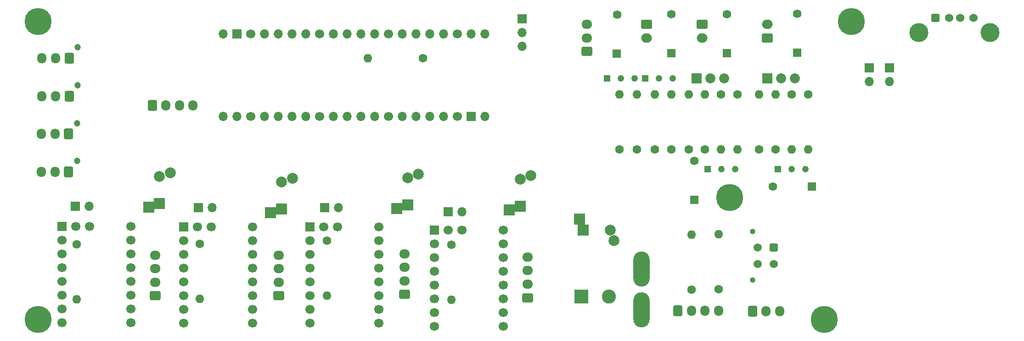
<source format=gbr>
%TF.GenerationSoftware,KiCad,Pcbnew,9.0.0*%
%TF.CreationDate,2025-05-04T18:41:49+10:00*%
%TF.ProjectId,A1_MB,41315f4d-422e-46b6-9963-61645f706362,rev?*%
%TF.SameCoordinates,Original*%
%TF.FileFunction,Soldermask,Bot*%
%TF.FilePolarity,Negative*%
%FSLAX46Y46*%
G04 Gerber Fmt 4.6, Leading zero omitted, Abs format (unit mm)*
G04 Created by KiCad (PCBNEW 9.0.0) date 2025-05-04 18:41:49*
%MOMM*%
%LPD*%
G01*
G04 APERTURE LIST*
G04 Aperture macros list*
%AMRoundRect*
0 Rectangle with rounded corners*
0 $1 Rounding radius*
0 $2 $3 $4 $5 $6 $7 $8 $9 X,Y pos of 4 corners*
0 Add a 4 corners polygon primitive as box body*
4,1,4,$2,$3,$4,$5,$6,$7,$8,$9,$2,$3,0*
0 Add four circle primitives for the rounded corners*
1,1,$1+$1,$2,$3*
1,1,$1+$1,$4,$5*
1,1,$1+$1,$6,$7*
1,1,$1+$1,$8,$9*
0 Add four rect primitives between the rounded corners*
20,1,$1+$1,$2,$3,$4,$5,0*
20,1,$1+$1,$4,$5,$6,$7,0*
20,1,$1+$1,$6,$7,$8,$9,0*
20,1,$1+$1,$8,$9,$2,$3,0*%
G04 Aperture macros list end*
%ADD10RoundRect,0.250000X0.725000X-0.600000X0.725000X0.600000X-0.725000X0.600000X-0.725000X-0.600000X0*%
%ADD11O,1.950000X1.700000*%
%ADD12R,1.590000X1.590000*%
%ADD13C,1.590000*%
%ADD14C,1.600000*%
%ADD15O,1.600000X1.600000*%
%ADD16R,1.700000X1.700000*%
%ADD17O,1.700000X1.700000*%
%ADD18C,5.000000*%
%ADD19O,3.000000X6.500000*%
%ADD20C,1.200000*%
%ADD21RoundRect,0.250000X0.600000X0.725000X-0.600000X0.725000X-0.600000X-0.725000X0.600000X-0.725000X0*%
%ADD22O,1.700000X1.950000*%
%ADD23RoundRect,0.250000X-0.750000X0.600000X-0.750000X-0.600000X0.750000X-0.600000X0.750000X0.600000X0*%
%ADD24O,2.000000X1.700000*%
%ADD25C,1.020000*%
%ADD26RoundRect,0.250001X-0.499999X0.499999X-0.499999X-0.499999X0.499999X-0.499999X0.499999X0.499999X0*%
%ADD27C,1.500000*%
%ADD28C,1.700000*%
%ADD29R,2.000000X2.000000*%
%ADD30C,2.000000*%
%ADD31R,1.228000X1.228000*%
%ADD32C,1.228000*%
%ADD33RoundRect,0.250000X-0.600000X-0.725000X0.600000X-0.725000X0.600000X0.725000X-0.600000X0.725000X0*%
%ADD34R,1.850000X1.850000*%
%ADD35C,1.850000*%
%ADD36RoundRect,0.250000X0.750000X-0.600000X0.750000X0.600000X-0.750000X0.600000X-0.750000X-0.600000X0*%
%ADD37R,2.600000X2.600000*%
%ADD38C,2.600000*%
%ADD39RoundRect,0.250000X-0.512000X-0.512000X0.512000X-0.512000X0.512000X0.512000X-0.512000X0.512000X0*%
%ADD40C,1.524000*%
%ADD41C,3.500000*%
G04 APERTURE END LIST*
D10*
%TO.C,J7*%
X168750000Y-43000000D03*
D11*
X168750000Y-40500000D03*
X168750000Y-38000000D03*
%TD*%
D10*
%TO.C,MotorConnector1*%
X157750000Y-88500000D03*
D11*
X157750000Y-86000000D03*
X157750000Y-83500000D03*
X157750000Y-81000000D03*
%TD*%
D12*
%TO.C,D5*%
X188500000Y-70430000D03*
D13*
X188525400Y-63218000D03*
%TD*%
D14*
%TO.C,R15*%
X97310000Y-78580000D03*
D15*
X97310000Y-88740000D03*
%TD*%
D16*
%TO.C,J16*%
X143145000Y-72660000D03*
D17*
X145685000Y-72660000D03*
%TD*%
D18*
%TO.C,H4*%
X217500000Y-37500000D03*
%TD*%
D12*
%TO.C,D4*%
X207500000Y-43250000D03*
D13*
X207525400Y-36038000D03*
%TD*%
D19*
%TO.C,F1*%
X178749999Y-83250000D03*
X178750000Y-90750000D03*
%TD*%
D14*
%TO.C,R17*%
X206500000Y-50920000D03*
D15*
X206500000Y-61080000D03*
%TD*%
D20*
%TO.C,J25*%
X74850000Y-49250000D03*
D21*
X73250000Y-51250000D03*
D22*
X70750000Y-51250000D03*
X68250000Y-51250000D03*
%TD*%
D14*
%TO.C,R19*%
X203500000Y-61080000D03*
D15*
X203500000Y-50920000D03*
%TD*%
D16*
%TO.C,J24*%
X97120000Y-71890000D03*
D17*
X99660000Y-71890000D03*
%TD*%
D23*
%TO.C,J6*%
X190000000Y-38000000D03*
D24*
X190000000Y-40500000D03*
%TD*%
D14*
%TO.C,R22*%
X190460000Y-61080000D03*
D15*
X190460000Y-50920000D03*
%TD*%
D14*
%TO.C,R24*%
X177950000Y-61080000D03*
D15*
X177950000Y-50920000D03*
%TD*%
D25*
%TO.C,J5*%
X199250000Y-76250000D03*
X199250000Y-85250000D03*
D26*
X203190000Y-79250000D03*
D27*
X203190000Y-82250000D03*
X200190000Y-79250000D03*
X200190000Y-82250000D03*
%TD*%
D12*
%TO.C,D3*%
X210180000Y-68000000D03*
D13*
X202968000Y-67974600D03*
%TD*%
D14*
%TO.C,R16*%
X209500000Y-50920000D03*
D15*
X209500000Y-61080000D03*
%TD*%
D12*
%TO.C,D1*%
X184250000Y-43366500D03*
D13*
X184275400Y-36154500D03*
%TD*%
D16*
%TO.C,M4*%
X94410000Y-75400000D03*
D28*
X94410000Y-77940000D03*
X94410000Y-80480000D03*
X94410000Y-83020000D03*
X94410000Y-85560000D03*
X94410000Y-88100000D03*
X94410000Y-90640000D03*
X94410000Y-93180000D03*
X107110000Y-93180000D03*
X107110000Y-90640000D03*
X107110000Y-88100000D03*
X107110000Y-85560000D03*
X107110000Y-83020000D03*
X107110000Y-80480000D03*
X107110000Y-77940000D03*
X107110000Y-75400000D03*
X96950000Y-75400000D03*
X99490000Y-75400000D03*
%TD*%
D16*
%TO.C,M1*%
X140570000Y-76050000D03*
D28*
X140570000Y-78590000D03*
X140570000Y-81130000D03*
X140570000Y-83670000D03*
X140570000Y-86210000D03*
X140570000Y-88750000D03*
X140570000Y-91290000D03*
X140570000Y-93830000D03*
X153270000Y-93830000D03*
X153270000Y-91290000D03*
X153270000Y-88750000D03*
X153270000Y-86210000D03*
X153270000Y-83670000D03*
X153270000Y-81130000D03*
X153270000Y-78590000D03*
X153270000Y-76050000D03*
X143110000Y-76050000D03*
X145650000Y-76050000D03*
%TD*%
D14*
%TO.C,R14*%
X120750000Y-77920000D03*
D15*
X120750000Y-88080000D03*
%TD*%
D14*
%TO.C,R13*%
X74610000Y-78660000D03*
D15*
X74610000Y-88820000D03*
%TD*%
D14*
%TO.C,R9*%
X138464000Y-44240000D03*
D15*
X128304000Y-44240000D03*
%TD*%
D29*
%TO.C,C3*%
X87910000Y-71812144D03*
X89910000Y-71140000D03*
D30*
X89910000Y-66140000D03*
X91910000Y-65467856D03*
%TD*%
D18*
%TO.C,H3*%
X67500000Y-92500000D03*
%TD*%
D31*
%TO.C,Q10*%
X179422500Y-48010000D03*
D32*
X181962500Y-48010000D03*
X184502500Y-48010000D03*
%TD*%
D31*
%TO.C,Q5*%
X203960000Y-64750000D03*
D32*
X206500000Y-64750000D03*
X209040000Y-64750000D03*
%TD*%
D16*
%TO.C,J15*%
X220750000Y-46000000D03*
D17*
X220750000Y-48540000D03*
%TD*%
D16*
%TO.C,M3*%
X117660000Y-75400000D03*
D28*
X117660000Y-77940000D03*
X117660000Y-80480000D03*
X117660000Y-83020000D03*
X117660000Y-85560000D03*
X117660000Y-88100000D03*
X117660000Y-90640000D03*
X117660000Y-93180000D03*
X130360000Y-93180000D03*
X130360000Y-90640000D03*
X130360000Y-88100000D03*
X130360000Y-85560000D03*
X130360000Y-83020000D03*
X130360000Y-80480000D03*
X130360000Y-77940000D03*
X130360000Y-75400000D03*
X120200000Y-75400000D03*
X122740000Y-75400000D03*
%TD*%
D31*
%TO.C,Q7*%
X190960000Y-64750000D03*
D32*
X193500000Y-64750000D03*
X196040000Y-64750000D03*
%TD*%
D14*
%TO.C,R10*%
X193000000Y-86920000D03*
D15*
X193000000Y-76760000D03*
%TD*%
D16*
%TO.C,J3*%
X156750000Y-36960000D03*
D17*
X156750000Y-39500000D03*
X156750000Y-42040000D03*
%TD*%
D33*
%TO.C,J2*%
X199250000Y-91000000D03*
D22*
X201750000Y-91000000D03*
X204250000Y-91000000D03*
%TD*%
D33*
%TO.C,J8*%
X88600000Y-53000000D03*
D22*
X91100000Y-53000000D03*
X93600000Y-53000000D03*
X96100000Y-53000000D03*
%TD*%
D14*
%TO.C,R21*%
X193460000Y-50920000D03*
D15*
X193460000Y-61080000D03*
%TD*%
D20*
%TO.C,J17*%
X74750000Y-63250000D03*
D21*
X73150000Y-65250000D03*
D22*
X70650000Y-65250000D03*
X68150000Y-65250000D03*
%TD*%
D16*
%TO.C,M2*%
X71910000Y-75360000D03*
D28*
X71910000Y-77900000D03*
X71910000Y-80440000D03*
X71910000Y-82980000D03*
X71910000Y-85520000D03*
X71910000Y-88060000D03*
X71910000Y-90600000D03*
X71910000Y-93140000D03*
X84610000Y-93140000D03*
X84610000Y-90600000D03*
X84610000Y-88060000D03*
X84610000Y-85520000D03*
X84610000Y-82980000D03*
X84610000Y-80440000D03*
X84610000Y-77900000D03*
X84610000Y-75360000D03*
X74450000Y-75360000D03*
X76990000Y-75360000D03*
%TD*%
D17*
%TO.C,U1*%
X149944000Y-39750000D03*
X147404000Y-39750000D03*
D28*
X144864000Y-39750000D03*
D17*
X142324000Y-39750000D03*
X139784000Y-39750000D03*
X137244000Y-39750000D03*
X134704000Y-39750000D03*
D28*
X132164000Y-39750000D03*
D17*
X129624000Y-39750000D03*
X127084000Y-39750000D03*
X124544000Y-39750000D03*
X122004000Y-39750000D03*
D28*
X119464000Y-39750000D03*
D17*
X116924000Y-39750000D03*
X114384000Y-39750000D03*
X111844000Y-39750000D03*
X109304000Y-39750000D03*
D28*
X106764000Y-39750000D03*
D16*
X104224000Y-39750000D03*
D17*
X101684000Y-39750000D03*
X101684000Y-54990000D03*
X104224000Y-54990000D03*
D28*
X106764000Y-54990000D03*
D17*
X109304000Y-54990000D03*
X111844000Y-54990000D03*
X114384000Y-54990000D03*
X116924000Y-54990000D03*
D28*
X119464000Y-54990000D03*
D17*
X122004000Y-54990000D03*
X124544000Y-54990000D03*
X127084000Y-54990000D03*
X129624000Y-54990000D03*
D28*
X132164000Y-54990000D03*
D17*
X134704000Y-54990000D03*
X137244000Y-54990000D03*
X139784000Y-54990000D03*
X142324000Y-54990000D03*
D28*
X144864000Y-54990000D03*
D16*
X147404000Y-54990000D03*
D17*
X149944000Y-54990000D03*
%TD*%
D14*
%TO.C,R23*%
X187500000Y-61080000D03*
D15*
X187500000Y-50920000D03*
%TD*%
D31*
%TO.C,Q9*%
X172422500Y-48010000D03*
D32*
X174962500Y-48010000D03*
X177502500Y-48010000D03*
%TD*%
D10*
%TO.C,J20*%
X89160000Y-88140000D03*
D11*
X89160000Y-85640000D03*
X89160000Y-83140000D03*
X89160000Y-80640000D03*
%TD*%
D12*
%TO.C,D6*%
X194500000Y-43366500D03*
D13*
X194525400Y-36154500D03*
%TD*%
D18*
%TO.C,H2*%
X195000000Y-70000000D03*
%TD*%
D16*
%TO.C,J14*%
X224500000Y-46000000D03*
D17*
X224500000Y-48540000D03*
%TD*%
D29*
%TO.C,C4*%
X154410000Y-72294821D03*
X156410000Y-71622677D03*
D30*
X156410000Y-66622677D03*
X158410000Y-65950533D03*
%TD*%
D14*
%TO.C,R18*%
X200500000Y-61080000D03*
D15*
X200500000Y-50920000D03*
%TD*%
D12*
%TO.C,D2*%
X174250000Y-43430000D03*
D13*
X174275400Y-36218000D03*
%TD*%
D14*
%TO.C,R20*%
X196460000Y-50920000D03*
D15*
X196460000Y-61080000D03*
%TD*%
D14*
%TO.C,R26*%
X184250000Y-61080000D03*
D15*
X184250000Y-50920000D03*
%TD*%
D16*
%TO.C,J21*%
X120370000Y-71890000D03*
D17*
X122910000Y-71890000D03*
%TD*%
D23*
%TO.C,J4*%
X179750000Y-38000000D03*
D24*
X179750000Y-40500000D03*
%TD*%
D20*
%TO.C,J19*%
X74750000Y-56250000D03*
D21*
X73150000Y-58250000D03*
D22*
X70650000Y-58250000D03*
X68150000Y-58250000D03*
%TD*%
D10*
%TO.C,J26*%
X111910000Y-88140000D03*
D11*
X111910000Y-85640000D03*
X111910000Y-83140000D03*
X111910000Y-80640000D03*
%TD*%
D34*
%TO.C,Q6*%
X202000000Y-48000000D03*
D35*
X204540000Y-48000000D03*
X207080000Y-48000000D03*
%TD*%
D29*
%TO.C,C1*%
X110410000Y-72794821D03*
X112410000Y-72122677D03*
D30*
X112410000Y-67122677D03*
X114410000Y-66450533D03*
%TD*%
D33*
%TO.C,J11*%
X185500000Y-90920000D03*
D22*
X188000000Y-90920000D03*
X190500000Y-90920000D03*
X193000000Y-90920000D03*
%TD*%
D16*
%TO.C,J18*%
X74370000Y-71640000D03*
D17*
X76910000Y-71640000D03*
%TD*%
D34*
%TO.C,Q8*%
X188920000Y-48000000D03*
D35*
X191460000Y-48000000D03*
X194000000Y-48000000D03*
%TD*%
D14*
%TO.C,R12*%
X143750000Y-78750000D03*
D15*
X143750000Y-88910000D03*
%TD*%
D10*
%TO.C,J23*%
X135070000Y-87890000D03*
D11*
X135070000Y-85390000D03*
X135070000Y-82890000D03*
X135070000Y-80390000D03*
%TD*%
D29*
%TO.C,C5*%
X167345179Y-74000000D03*
X168017323Y-76000000D03*
D30*
X173017323Y-76000000D03*
X173689467Y-78000000D03*
%TD*%
D14*
%TO.C,R27*%
X181250000Y-61080000D03*
D15*
X181250000Y-50920000D03*
%TD*%
D36*
%TO.C,J9*%
X202000000Y-40500000D03*
D24*
X202000000Y-38000000D03*
%TD*%
D20*
%TO.C,J22*%
X74850000Y-42250000D03*
D21*
X73250000Y-44250000D03*
D22*
X70750000Y-44250000D03*
X68250000Y-44250000D03*
%TD*%
D29*
%TO.C,C2*%
X133660000Y-72062144D03*
X135660000Y-71390000D03*
D30*
X135660000Y-66390000D03*
X137660000Y-65717856D03*
%TD*%
D14*
%TO.C,R11*%
X188000000Y-87000000D03*
D15*
X188000000Y-76840000D03*
%TD*%
D14*
%TO.C,R25*%
X174750000Y-61080000D03*
D15*
X174750000Y-50920000D03*
%TD*%
D37*
%TO.C,J10*%
X167705000Y-88321000D03*
D38*
X172785000Y-88321000D03*
%TD*%
D18*
%TO.C,H1*%
X67500000Y-37500000D03*
%TD*%
%TO.C,H5*%
X212500000Y-92500000D03*
%TD*%
D39*
%TO.C,J13*%
X233000000Y-36790000D03*
D40*
X235500000Y-36790000D03*
X237500000Y-36790000D03*
X240000000Y-36790000D03*
D41*
X229930000Y-39500000D03*
X243070000Y-39500000D03*
%TD*%
M02*

</source>
